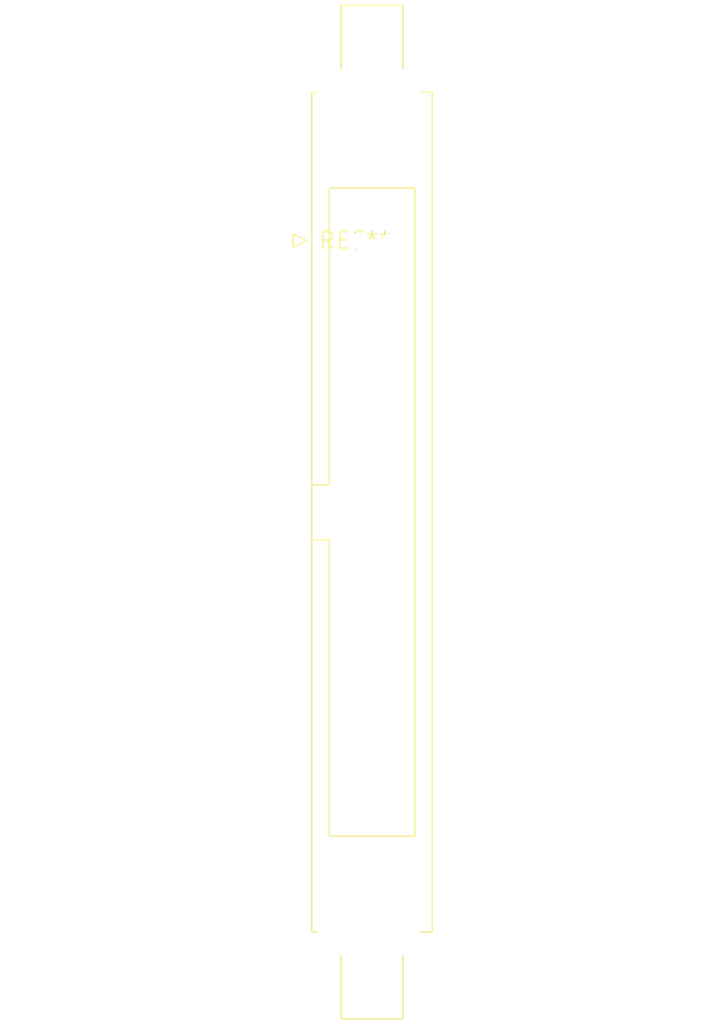
<source format=kicad_pcb>
(kicad_pcb (version 20240108) (generator pcbnew)
  (layers (0 "F.Cu" signal) (31 "B.Cu" signal) (34 "B.Paste" user) (35 "F.Paste" user) (36 "B.SilkS" user "B.Silkscreen") (37 "F.SilkS" user "F.Silkscreen") (38 "B.Mask" user) (39 "F.Mask" user) (44 "Edge.Cuts" user))
  (net 0 "")
  (footprint "IDC-Header_2x17-1MP_P2.54mm_Latch6.5mm_Vertical" (layer "F.Cu") (at 0 0)
    (property "Reference" "REF**")
    (property "Value" "IDC-Header_2x17-1MP_P2.54mm_Latch6.5mm_Vertical")
    (fp_line (start -4.63 -0.5) (end -4.63 0.5) (layer "F.SilkS") (stroke (width 0.12)))
    (fp_line (start -4.63 0.5) (end -3.63 0) (layer "F.SilkS") (stroke (width 0.12)))
    (fp_line (start -3.63 0) (end -4.63 -0.5) (layer "F.SilkS") (stroke (width 0.12)))
    (fp_line (start -3.24 -11.08) (end -3.24 51.72) (layer "F.SilkS") (stroke (width 0.12)))
    (fp_line (start -3.24 18.27) (end -1.93 18.27) (layer "F.SilkS") (stroke (width 0.12)))
    (fp_line (start -3.24 51.72) (end -2.87 51.72) (layer "F.SilkS") (stroke (width 0.12)))
    (fp_line (start -2.87 -11.08) (end -3.24 -11.08) (layer "F.SilkS") (stroke (width 0.12)))
    (fp_line (start -1.93 -3.92) (end 4.47 -3.92) (layer "F.SilkS") (stroke (width 0.12)))
    (fp_line (start -1.93 18.27) (end -1.93 -3.92) (layer "F.SilkS") (stroke (width 0.12)))
    (fp_line (start -1.93 22.37) (end -3.24 22.37) (layer "F.SilkS") (stroke (width 0.12)))
    (fp_line (start -1.93 22.37) (end -1.93 22.37) (layer "F.SilkS") (stroke (width 0.12)))
    (fp_line (start -1.93 44.56) (end -1.93 22.37) (layer "F.SilkS") (stroke (width 0.12)))
    (fp_line (start -1.04 -17.58) (end 3.58 -17.58) (layer "F.SilkS") (stroke (width 0.12)))
    (fp_line (start -1.04 -12.83) (end -1.04 -17.58) (layer "F.SilkS") (stroke (width 0.12)))
    (fp_line (start -1.04 53.47) (end -1.04 58.22) (layer "F.SilkS") (stroke (width 0.12)))
    (fp_line (start -1.04 58.22) (end 3.58 58.22) (layer "F.SilkS") (stroke (width 0.12)))
    (fp_line (start 3.58 -17.58) (end 3.58 -12.83) (layer "F.SilkS") (stroke (width 0.12)))
    (fp_line (start 3.58 58.22) (end 3.58 53.47) (layer "F.SilkS") (stroke (width 0.12)))
    (fp_line (start 4.47 -3.92) (end 4.47 44.56) (layer "F.SilkS") (stroke (width 0.12)))
    (fp_line (start 4.47 44.56) (end -1.93 44.56) (layer "F.SilkS") (stroke (width 0.12)))
    (fp_line (start 4.91 -11.08) (end 5.78 -11.08) (layer "F.SilkS") (stroke (width 0.12)))
    (fp_line (start 5.78 -11.08) (end 5.78 51.72) (layer "F.SilkS") (stroke (width 0.12)))
    (fp_line (start 5.78 51.72) (end 4.91 51.72) (layer "F.SilkS") (stroke (width 0.12)))
    (pad "1" thru_hole roundrect (at 0 0) (size 1.7 1.7) (drill 1) (layers *.Cu *.Mask) (remove_unused_layers) (roundrect_rratio 0.147059))
    (pad "2" thru_hole circle (at 2.54 0) (size 1.7 1.7) (drill 1) (layers *.Cu *.Mask) (remove_unused_layers))
    (pad "3" thru_hole circle (at 0 2.54) (size 1.7 1.7) (drill 1) (layers *.Cu *.Mask) (remove_unused_layers))
    (pad "4" thru_hole circle (at 2.54 2.54) (size 1.7 1.7) (drill 1) (layers *.Cu *.Mask) (remove_unused_layers))
    (pad "5" thru_hole circle (at 0 5.08) (size 1.7 1.7) (drill 1) (layers *.Cu *.Mask) (remove_unused_layers))
    (pad "6" thru_hole circle (at 2.54 5.08) (size 1.7 1.7) (drill 1) (layers *.Cu *.Mask) (remove_unused_layers))
    (pad "7" thru_hole circle (at 0 7.62) (size 1.7 1.7) (drill 1) (layers *.Cu *.Mask) (remove_unused_layers))
    (pad "8" thru_hole circle (at 2.54 7.62) (size 1.7 1.7) (drill 1) (layers *.Cu *.Mask) (remove_unused_layers))
    (pad "9" thru_hole circle (at 0 10.16) (size 1.7 1.7) (drill 1) (layers *.Cu *.Mask) (remove_unused_layers))
    (pad "10" thru_hole circle (at 2.54 10.16) (size 1.7 1.7) (drill 1) (layers *.Cu *.Mask) (remove_unused_layers))
    (pad "11" thru_hole circle (at 0 12.7) (size 1.7 1.7) (drill 1) (layers *.Cu *.Mask) (remove_unused_layers))
    (pad "12" thru_hole circle (at 2.54 12.7) (size 1.7 1.7) (drill 1) (layers *.Cu *.Mask) (remove_unused_layers))
    (pad "13" thru_hole circle (at 0 15.24) (size 1.7 1.7) (drill 1) (layers *.Cu *.Mask) (remove_unused_layers))
    (pad "14" thru_hole circle (at 2.54 15.24) (size 1.7 1.7) (drill 1) (layers *.Cu *.Mask) (remove_unused_layers))
    (pad "15" thru_hole circle (at 0 17.78) (size 1.7 1.7) (drill 1) (layers *.Cu *.Mask) (remove_unused_layers))
    (pad "16" thru_hole circle (at 2.54 17.78) (size 1.7 1.7) (drill 1) (layers *.Cu *.Mask) (remove_unused_layers))
    (pad "17" thru_hole circle (at 0 20.32) (size 1.7 1.7) (drill 1) (layers *.Cu *.Mask) (remove_unused_layers))
    (pad "18" thru_hole circle (at 2.54 20.32) (size 1.7 1.7) (drill 1) (layers *.Cu *.Mask) (remove_unused_layers))
    (pad "19" thru_hole circle (at 0 22.86) (size 1.7 1.7) (drill 1) (layers *.Cu *.Mask) (remove_unused_layers))
    (pad "20" thru_hole circle (at 2.54 22.86) (size 1.7 1.7) (drill 1) (layers *.Cu *.Mask) (remove_unused_layers))
    (pad "21" thru_hole circle (at 0 25.4) (size 1.7 1.7) (drill 1) (layers *.Cu *.Mask) (remove_unused_layers))
    (pad "22" thru_hole circle (at 2.54 25.4) (size 1.7 1.7) (drill 1) (layers *.Cu *.Mask) (remove_unused_layers))
    (pad "23" thru_hole circle (at 0 27.94) (size 1.7 1.7) (drill 1) (layers *.Cu *.Mask) (remove_unused_layers))
    (pad "24" thru_hole circle (at 2.54 27.94) (size 1.7 1.7) (drill 1) (layers *.Cu *.Mask) (remove_unused_layers))
    (pad "25" thru_hole circle (at 0 30.48) (size 1.7 1.7) (drill 1) (layers *.Cu *.Mask) (remove_unused_layers))
    (pad "26" thru_hole circle (at 2.54 30.48) (size 1.7 1.7) (drill 1) (layers *.Cu *.Mask) (remove_unused_layers))
    (pad "27" thru_hole circle (at 0 33.02) (size 1.7 1.7) (drill 1) (layers *.Cu *.Mask) (remove_unused_layers))
    (pad "28" thru_hole circle (at 2.54 33.02) (size 1.7 1.7) (drill 1) (layers *.Cu *.Mask) (remove_unused_layers))
    (pad "29" thru_hole circle (at 0 35.56) (size 1.7 1.7) (drill 1) (layers *.Cu *.Mask) (remove_unused_layers))
    (pad "30" thru_hole circle (at 2.54 35.56) (size 1.7 1.7) (drill 1) (layers *.Cu *.Mask) (remove_unused_layers))
    (pad "31" thru_hole circle (at 0 38.1) (size 1.7 1.7) (drill 1) (layers *.Cu *.Mask) (remove_unused_layers))
    (pad "32" thru_hole circle (at 2.54 38.1) (size 1.7 1.7) (drill 1) (layers *.Cu *.Mask) (remove_unused_layers))
    (pad "33" thru_hole circle (at 0 40.64) (size 1.7 1.7) (drill 1) (layers *.Cu *.Mask) (remove_unused_layers))
    (pad "34" thru_hole circle (at 2.54 40.64) (size 1.7 1.7) (drill 1) (layers *.Cu *.Mask) (remove_unused_layers))
    (pad "MP" thru_hole circle (at 1.02 -8.94) (size 8 8) (drill 2.69) (layers *.Cu *.Mask) (remove_unused_layers))
    (pad "MP" thru_hole circle (at 1.02 49.58) (size 8 8) (drill 2.69) (layers *.Cu *.Mask) (remove_unused_layers))
  )
)
</source>
